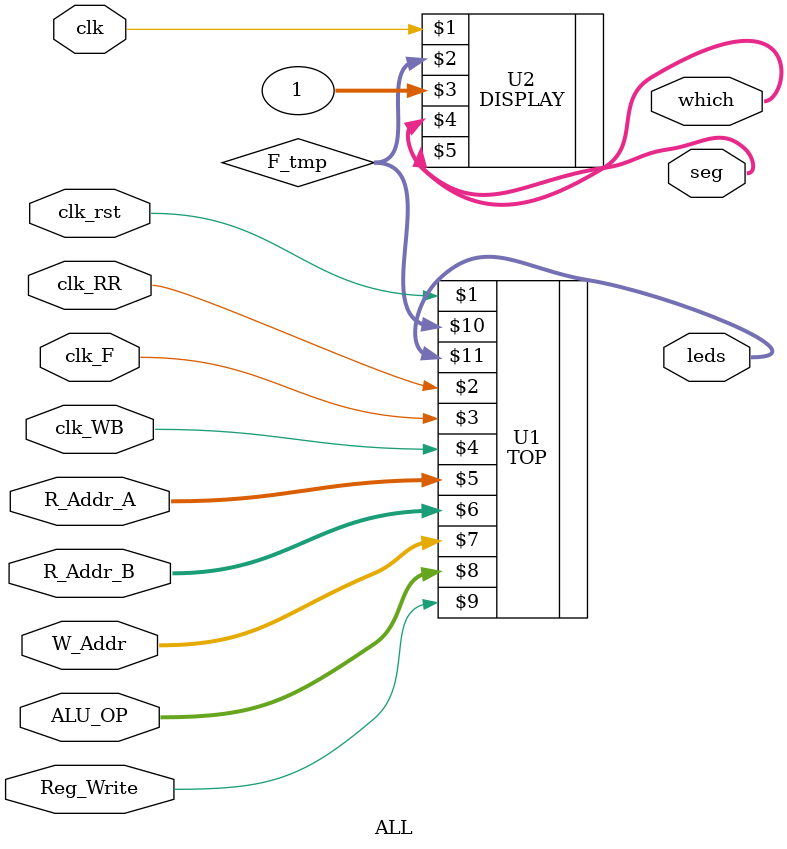
<source format=v>
`timescale 1ns / 1ps


module ALL(
    input clk,
    input clk_rst,
    input clk_RR,
    input clk_F,
    input clk_WB,
    input [4:0]R_Addr_A,
    input [4:0]R_Addr_B,
    input [4:0]W_Addr,
    input [3:0]ALU_OP,
    input Reg_Write,
    output [3:0]leds,
    output [2:0]which,
    output [7:0]seg
);

wire [31:0]F_tmp;

TOP U1(clk_rst,clk_RR,clk_F,clk_WB,R_Addr_A,R_Addr_B,W_Addr,ALU_OP,Reg_Write,F_tmp,leds);
DISPLAY U2(clk,F_tmp,1,which,seg);

endmodule

</source>
